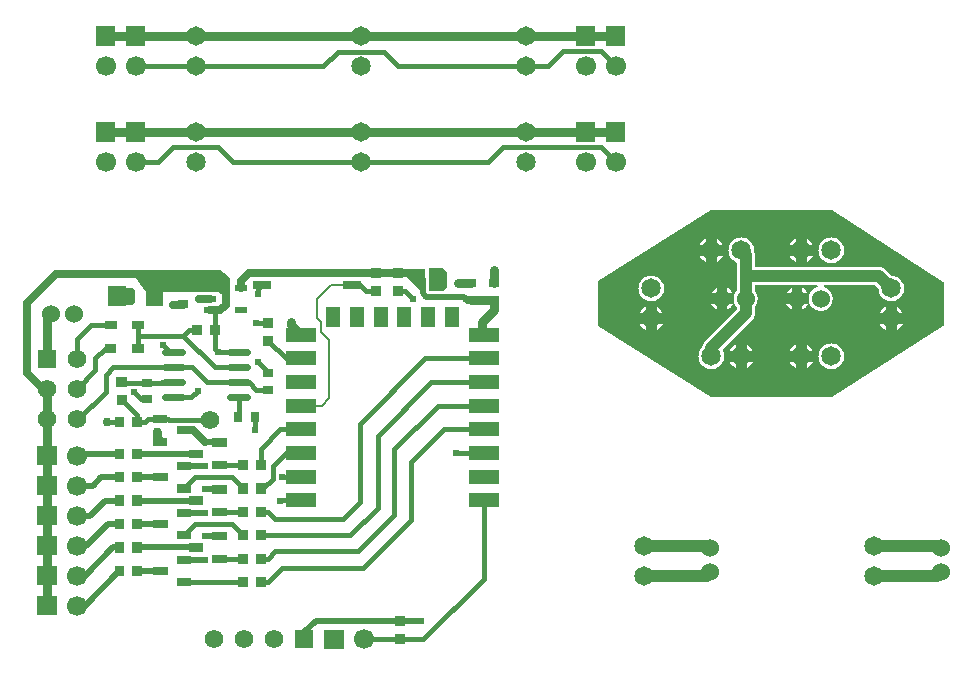
<source format=gtl>
G04 Layer: TopLayer*
G04 EasyEDA v6.5.1, 2022-03-27 00:01:15*
G04 cc65af8350e74c879d8fba7fd4beee03,7d3f4a13764643a7838717c5c1d40531,10*
G04 Gerber Generator version 0.2*
G04 Scale: 100 percent, Rotated: No, Reflected: No *
G04 Dimensions in inches *
G04 leading zeros omitted , absolute positions ,3 integer and 6 decimal *
%FSLAX36Y36*%
%MOIN*%

%ADD11C,0.0150*%
%ADD12C,0.0300*%
%ADD13C,0.0200*%
%ADD14C,0.0250*%
%ADD15C,0.0400*%
%ADD16C,0.0060*%
%ADD17C,0.0232*%
%ADD18C,0.0240*%
%ADD19R,0.0340X0.0318*%
%ADD20R,0.0197X0.0709*%
%ADD21R,0.0492X0.0276*%
%ADD22R,0.0984X0.0512*%
%ADD23R,0.0512X0.0709*%
%ADD24R,0.0354X0.0315*%
%ADD25R,0.0394X0.0236*%
%ADD26R,0.0600X0.0300*%
%ADD29R,0.0315X0.0354*%
%ADD30R,0.0394X0.0295*%
%ADD31R,0.0620X0.0620*%
%ADD32C,0.0620*%
%ADD34C,0.0669*%
%ADD35C,0.0600*%
%ADD36C,0.0650*%

%LPD*%
G36*
X2326160Y888740D02*
G01*
X2325040Y888900D01*
X2324020Y889380D01*
X1948740Y1126940D01*
X1947740Y1127840D01*
X1947100Y1129020D01*
X1946879Y1130320D01*
X1946879Y1272800D01*
X1947100Y1274120D01*
X1947740Y1275280D01*
X1948740Y1276180D01*
X2324020Y1513140D01*
X2325040Y1513600D01*
X2326160Y1513740D01*
X2723820Y1513740D01*
X2724960Y1513580D01*
X2726000Y1513120D01*
X3098159Y1273060D01*
X3099140Y1272160D01*
X3099780Y1271000D01*
X3100000Y1269700D01*
X3100000Y1130320D01*
X3099780Y1129000D01*
X3099140Y1127840D01*
X3098159Y1126940D01*
X2725980Y889380D01*
X2724960Y888920D01*
X2723840Y888740D01*
G37*

%LPC*%
G36*
X2725000Y982300D02*
G01*
X2730580Y982680D01*
X2736040Y983760D01*
X2741340Y985560D01*
X2746340Y988020D01*
X2750980Y991140D01*
X2755179Y994820D01*
X2758860Y999020D01*
X2761980Y1003660D01*
X2764440Y1008660D01*
X2766240Y1013960D01*
X2767320Y1019419D01*
X2767700Y1025000D01*
X2767320Y1030580D01*
X2766240Y1036040D01*
X2764440Y1041340D01*
X2761980Y1046340D01*
X2758860Y1050980D01*
X2755179Y1055180D01*
X2750980Y1058860D01*
X2746340Y1061980D01*
X2741340Y1064440D01*
X2736040Y1066240D01*
X2730580Y1067320D01*
X2725000Y1067700D01*
X2719420Y1067320D01*
X2713960Y1066240D01*
X2708660Y1064440D01*
X2703660Y1061980D01*
X2699020Y1058860D01*
X2694820Y1055180D01*
X2691139Y1050980D01*
X2688020Y1046340D01*
X2685560Y1041340D01*
X2683759Y1036040D01*
X2682679Y1030580D01*
X2682300Y1025000D01*
X2682679Y1019419D01*
X2683759Y1013960D01*
X2685560Y1008660D01*
X2688020Y1003660D01*
X2691139Y999020D01*
X2694820Y994820D01*
X2699020Y991140D01*
X2703660Y988020D01*
X2708660Y985560D01*
X2713960Y983760D01*
X2719420Y982680D01*
G37*
G36*
X2325000Y982300D02*
G01*
X2330580Y982680D01*
X2336040Y983760D01*
X2341340Y985560D01*
X2346340Y988020D01*
X2350980Y991140D01*
X2355180Y994820D01*
X2358860Y999020D01*
X2361980Y1003660D01*
X2364440Y1008660D01*
X2366240Y1013960D01*
X2367320Y1019419D01*
X2367700Y1025000D01*
X2367320Y1030580D01*
X2366240Y1036040D01*
X2364440Y1041340D01*
X2362900Y1044460D01*
X2362500Y1046060D01*
X2362760Y1047680D01*
X2363660Y1049060D01*
X2461480Y1146900D01*
X2463740Y1149620D01*
X2464300Y1150420D01*
X2466140Y1153460D01*
X2466580Y1154340D01*
X2468240Y1158520D01*
X2469080Y1161960D01*
X2469240Y1162920D01*
X2469580Y1166440D01*
X2469600Y1189080D01*
X2469820Y1190400D01*
X2470460Y1191560D01*
X2472480Y1194120D01*
X2475220Y1198740D01*
X2477320Y1203700D01*
X2478740Y1208860D01*
X2479460Y1214200D01*
X2479460Y1219560D01*
X2478740Y1224880D01*
X2477320Y1230060D01*
X2475220Y1235000D01*
X2472480Y1239620D01*
X2470420Y1242240D01*
X2469780Y1243420D01*
X2469560Y1244720D01*
X2469560Y1258720D01*
X2469860Y1260260D01*
X2470720Y1261560D01*
X2472020Y1262420D01*
X2473560Y1262720D01*
X2675400Y1262720D01*
X2676980Y1262400D01*
X2678320Y1261480D01*
X2679160Y1260100D01*
X2679400Y1258520D01*
X2679000Y1256960D01*
X2678000Y1255680D01*
X2676600Y1254900D01*
X2674900Y1254380D01*
X2670040Y1252120D01*
X2665500Y1249240D01*
X2661400Y1245760D01*
X2657799Y1241780D01*
X2654760Y1237360D01*
X2653620Y1235080D01*
X2652559Y1233760D01*
X2651040Y1233020D01*
X2650320Y1232980D01*
X2651000Y1232040D01*
X2651340Y1230560D01*
X2651139Y1229060D01*
X2650580Y1227500D01*
X2649520Y1222240D01*
X2649160Y1216880D01*
X2649520Y1211520D01*
X2650580Y1206260D01*
X2651139Y1204680D01*
X2651340Y1203180D01*
X2651000Y1201720D01*
X2650320Y1200760D01*
X2651040Y1200740D01*
X2652559Y1199980D01*
X2653620Y1198660D01*
X2654760Y1196400D01*
X2657799Y1191960D01*
X2661400Y1187980D01*
X2665500Y1184520D01*
X2670040Y1181620D01*
X2674900Y1179360D01*
X2680040Y1177780D01*
X2685320Y1176880D01*
X2690700Y1176700D01*
X2696040Y1177240D01*
X2701259Y1178480D01*
X2706259Y1180420D01*
X2710980Y1183000D01*
X2715299Y1186180D01*
X2719160Y1189920D01*
X2722480Y1194120D01*
X2725220Y1198740D01*
X2727320Y1203700D01*
X2728740Y1208860D01*
X2729460Y1214200D01*
X2729460Y1219560D01*
X2728740Y1224880D01*
X2727320Y1230060D01*
X2725220Y1235000D01*
X2722480Y1239620D01*
X2719160Y1243840D01*
X2715299Y1247560D01*
X2710980Y1250760D01*
X2706259Y1253340D01*
X2701960Y1255000D01*
X2700620Y1255840D01*
X2699720Y1257120D01*
X2699400Y1258660D01*
X2699680Y1260220D01*
X2700539Y1261540D01*
X2701860Y1262420D01*
X2703399Y1262720D01*
X2869160Y1262720D01*
X2870680Y1262420D01*
X2871980Y1261560D01*
X2881240Y1252300D01*
X2882060Y1251120D01*
X2882400Y1249720D01*
X2882679Y1245680D01*
X2883759Y1240200D01*
X2885560Y1234920D01*
X2888020Y1229900D01*
X2891139Y1225260D01*
X2894820Y1221060D01*
X2899020Y1217380D01*
X2903660Y1214280D01*
X2908660Y1211800D01*
X2913960Y1210020D01*
X2919420Y1208920D01*
X2925000Y1208560D01*
X2930580Y1208920D01*
X2936040Y1210020D01*
X2941340Y1211800D01*
X2946340Y1214280D01*
X2950980Y1217380D01*
X2955179Y1221060D01*
X2958860Y1225260D01*
X2961980Y1229900D01*
X2964440Y1234920D01*
X2966240Y1240200D01*
X2967320Y1245680D01*
X2967700Y1251240D01*
X2967320Y1256820D01*
X2966240Y1262300D01*
X2964440Y1267580D01*
X2961980Y1272600D01*
X2958860Y1277240D01*
X2955179Y1281440D01*
X2950980Y1285120D01*
X2946340Y1288220D01*
X2941340Y1290700D01*
X2936040Y1292480D01*
X2930580Y1293580D01*
X2926520Y1293839D01*
X2925120Y1294180D01*
X2923960Y1295000D01*
X2903920Y1315020D01*
X2900400Y1317840D01*
X2897360Y1319660D01*
X2896480Y1320100D01*
X2893220Y1321459D01*
X2892300Y1321759D01*
X2888860Y1322620D01*
X2887900Y1322780D01*
X2884380Y1323100D01*
X2473560Y1323120D01*
X2472020Y1323420D01*
X2470720Y1324300D01*
X2469860Y1325600D01*
X2469560Y1327120D01*
X2469540Y1364840D01*
X2469200Y1368360D01*
X2469040Y1369319D01*
X2468200Y1372720D01*
X2467740Y1374019D01*
X2467520Y1375600D01*
X2467700Y1378120D01*
X2467320Y1383700D01*
X2466240Y1389180D01*
X2464440Y1394460D01*
X2461980Y1399480D01*
X2458860Y1404120D01*
X2455180Y1408320D01*
X2450980Y1412000D01*
X2446340Y1415100D01*
X2441340Y1417560D01*
X2436040Y1419360D01*
X2430580Y1420460D01*
X2425000Y1420820D01*
X2419420Y1420460D01*
X2413960Y1419360D01*
X2408660Y1417560D01*
X2403660Y1415100D01*
X2399020Y1412000D01*
X2394820Y1408320D01*
X2391140Y1404120D01*
X2388020Y1399480D01*
X2385560Y1394460D01*
X2383760Y1389180D01*
X2382680Y1383700D01*
X2382300Y1378120D01*
X2382680Y1372560D01*
X2383760Y1367080D01*
X2385560Y1361780D01*
X2388020Y1356780D01*
X2391140Y1352140D01*
X2394820Y1347940D01*
X2399020Y1344259D01*
X2403660Y1341160D01*
X2406920Y1339540D01*
X2408100Y1338660D01*
X2408880Y1337400D01*
X2409160Y1335960D01*
X2409160Y1244800D01*
X2408880Y1243380D01*
X2404760Y1237360D01*
X2403620Y1235080D01*
X2402560Y1233760D01*
X2401040Y1233020D01*
X2400320Y1232980D01*
X2401000Y1232040D01*
X2401340Y1230560D01*
X2401140Y1229060D01*
X2400580Y1227500D01*
X2399520Y1222240D01*
X2399160Y1216880D01*
X2399520Y1211520D01*
X2400580Y1206260D01*
X2401140Y1204680D01*
X2401340Y1203180D01*
X2401000Y1201720D01*
X2400320Y1200760D01*
X2401040Y1200740D01*
X2402560Y1199980D01*
X2403620Y1198660D01*
X2404760Y1196400D01*
X2408940Y1190320D01*
X2409200Y1188880D01*
X2409200Y1181660D01*
X2408900Y1180140D01*
X2408020Y1178840D01*
X2302920Y1073700D01*
X2300660Y1070980D01*
X2300100Y1070180D01*
X2298260Y1067140D01*
X2297820Y1066280D01*
X2296160Y1062080D01*
X2295340Y1058720D01*
X2295060Y1056520D01*
X2294740Y1055380D01*
X2294100Y1054380D01*
X2291140Y1050980D01*
X2288020Y1046340D01*
X2285560Y1041340D01*
X2283760Y1036040D01*
X2282680Y1030580D01*
X2282300Y1025000D01*
X2282680Y1019419D01*
X2283760Y1013960D01*
X2285560Y1008660D01*
X2288020Y1003660D01*
X2291140Y999020D01*
X2294820Y994820D01*
X2299020Y991140D01*
X2303660Y988020D01*
X2308660Y985560D01*
X2313960Y983760D01*
X2319420Y982680D01*
G37*
G36*
X2443760Y986740D02*
G01*
X2446340Y988020D01*
X2450980Y991140D01*
X2455180Y994820D01*
X2458860Y999020D01*
X2461980Y1003660D01*
X2463260Y1006240D01*
X2443760Y1006240D01*
G37*
G36*
X2643759Y986740D02*
G01*
X2646340Y988020D01*
X2650980Y991140D01*
X2655179Y994820D01*
X2658860Y999020D01*
X2661980Y1003660D01*
X2663260Y1006240D01*
X2643759Y1006240D01*
G37*
G36*
X2406260Y986740D02*
G01*
X2406260Y1006240D01*
X2386740Y1006240D01*
X2388020Y1003660D01*
X2391140Y999020D01*
X2394820Y994820D01*
X2399020Y991140D01*
X2403660Y988020D01*
G37*
G36*
X2606259Y986740D02*
G01*
X2606259Y1006240D01*
X2586740Y1006240D01*
X2588020Y1003660D01*
X2591139Y999020D01*
X2594820Y994820D01*
X2599020Y991140D01*
X2603660Y988020D01*
G37*
G36*
X2443760Y1043740D02*
G01*
X2463260Y1043740D01*
X2461980Y1046340D01*
X2458860Y1050980D01*
X2455180Y1055180D01*
X2450980Y1058860D01*
X2446340Y1061980D01*
X2443760Y1063260D01*
G37*
G36*
X2643759Y1043740D02*
G01*
X2663260Y1043740D01*
X2661980Y1046340D01*
X2658860Y1050980D01*
X2655179Y1055180D01*
X2650980Y1058860D01*
X2646340Y1061980D01*
X2643759Y1063260D01*
G37*
G36*
X2386740Y1043740D02*
G01*
X2406260Y1043740D01*
X2406260Y1063260D01*
X2403660Y1061980D01*
X2399020Y1058860D01*
X2394820Y1055180D01*
X2391140Y1050980D01*
X2388020Y1046340D01*
G37*
G36*
X2586740Y1043740D02*
G01*
X2606259Y1043740D01*
X2606259Y1063260D01*
X2603660Y1061980D01*
X2599020Y1058860D01*
X2594820Y1055180D01*
X2591139Y1050980D01*
X2588020Y1046340D01*
G37*
G36*
X2106260Y1113000D02*
G01*
X2106260Y1132500D01*
X2086740Y1132500D01*
X2088020Y1129900D01*
X2091140Y1125260D01*
X2094820Y1121060D01*
X2099020Y1117380D01*
X2103660Y1114280D01*
G37*
G36*
X2943759Y1113000D02*
G01*
X2946340Y1114280D01*
X2950980Y1117380D01*
X2955179Y1121060D01*
X2958860Y1125260D01*
X2961980Y1129900D01*
X2963260Y1132500D01*
X2943759Y1132500D01*
G37*
G36*
X2143760Y1113000D02*
G01*
X2146340Y1114280D01*
X2150980Y1117380D01*
X2155180Y1121060D01*
X2158860Y1125260D01*
X2161980Y1129900D01*
X2163260Y1132500D01*
X2143760Y1132500D01*
G37*
G36*
X2906259Y1113000D02*
G01*
X2906259Y1132500D01*
X2886740Y1132500D01*
X2888020Y1129900D01*
X2891139Y1125260D01*
X2894820Y1121060D01*
X2899020Y1117380D01*
X2903660Y1114280D01*
G37*
G36*
X2086740Y1170000D02*
G01*
X2106260Y1170000D01*
X2106260Y1189500D01*
X2103660Y1188220D01*
X2099020Y1185120D01*
X2094820Y1181440D01*
X2091140Y1177240D01*
X2088020Y1172600D01*
G37*
G36*
X2943759Y1170000D02*
G01*
X2963260Y1170000D01*
X2961980Y1172600D01*
X2958860Y1177240D01*
X2955179Y1181440D01*
X2950980Y1185120D01*
X2946340Y1188220D01*
X2943759Y1189500D01*
G37*
G36*
X2143760Y1170000D02*
G01*
X2163260Y1170000D01*
X2161980Y1172600D01*
X2158860Y1177240D01*
X2155180Y1181440D01*
X2150980Y1185120D01*
X2146340Y1188220D01*
X2143760Y1189500D01*
G37*
G36*
X2886740Y1170000D02*
G01*
X2906259Y1170000D01*
X2906259Y1189500D01*
X2903660Y1188220D01*
X2899020Y1185120D01*
X2894820Y1181440D01*
X2891139Y1177240D01*
X2888020Y1172600D01*
G37*
G36*
X2628159Y1180740D02*
G01*
X2632280Y1183000D01*
X2636600Y1186180D01*
X2640460Y1189920D01*
X2643780Y1194120D01*
X2646620Y1198900D01*
X2647060Y1199380D01*
X2628159Y1199380D01*
G37*
G36*
X2378160Y1180740D02*
G01*
X2382280Y1183000D01*
X2386600Y1186180D01*
X2390460Y1189920D01*
X2393780Y1194120D01*
X2396620Y1198900D01*
X2397060Y1199380D01*
X2378160Y1199380D01*
G37*
G36*
X2343160Y1180780D02*
G01*
X2343160Y1199380D01*
X2324560Y1199380D01*
X2326060Y1196400D01*
X2329100Y1191960D01*
X2332700Y1187980D01*
X2336800Y1184520D01*
X2341340Y1181620D01*
G37*
G36*
X2593159Y1180780D02*
G01*
X2593159Y1199380D01*
X2574560Y1199380D01*
X2576060Y1196400D01*
X2579100Y1191960D01*
X2582700Y1187980D01*
X2586800Y1184520D01*
X2591340Y1181620D01*
G37*
G36*
X2125000Y1208560D02*
G01*
X2130580Y1208920D01*
X2136040Y1210020D01*
X2141340Y1211800D01*
X2146340Y1214280D01*
X2150980Y1217380D01*
X2155180Y1221060D01*
X2158860Y1225260D01*
X2161980Y1229900D01*
X2164440Y1234920D01*
X2166240Y1240200D01*
X2167320Y1245680D01*
X2167700Y1251240D01*
X2167320Y1256820D01*
X2166240Y1262300D01*
X2164440Y1267580D01*
X2161980Y1272600D01*
X2158860Y1277240D01*
X2155180Y1281440D01*
X2150980Y1285120D01*
X2146340Y1288220D01*
X2141340Y1290700D01*
X2136040Y1292480D01*
X2130580Y1293580D01*
X2125000Y1293940D01*
X2119420Y1293580D01*
X2113960Y1292480D01*
X2108660Y1290700D01*
X2103660Y1288220D01*
X2099020Y1285120D01*
X2094820Y1281440D01*
X2091140Y1277240D01*
X2088020Y1272600D01*
X2085560Y1267580D01*
X2083760Y1262300D01*
X2082680Y1256820D01*
X2082300Y1251240D01*
X2082680Y1245680D01*
X2083760Y1240200D01*
X2085560Y1234920D01*
X2088020Y1229900D01*
X2091140Y1225260D01*
X2094820Y1221060D01*
X2099020Y1217380D01*
X2103660Y1214280D01*
X2108660Y1211800D01*
X2113960Y1210020D01*
X2119420Y1208920D01*
G37*
G36*
X2324560Y1234380D02*
G01*
X2343160Y1234380D01*
X2343160Y1252960D01*
X2341340Y1252120D01*
X2336800Y1249240D01*
X2332700Y1245760D01*
X2329100Y1241780D01*
X2326060Y1237360D01*
G37*
G36*
X2574560Y1234380D02*
G01*
X2593159Y1234380D01*
X2593159Y1252960D01*
X2591340Y1252120D01*
X2586800Y1249240D01*
X2582700Y1245760D01*
X2579100Y1241780D01*
X2576060Y1237360D01*
G37*
G36*
X2628159Y1234380D02*
G01*
X2647060Y1234380D01*
X2646620Y1234860D01*
X2643780Y1239620D01*
X2640460Y1243840D01*
X2636600Y1247560D01*
X2632280Y1250760D01*
X2628159Y1253020D01*
G37*
G36*
X2378160Y1234380D02*
G01*
X2397060Y1234380D01*
X2396620Y1234860D01*
X2393780Y1239620D01*
X2390460Y1243840D01*
X2386600Y1247560D01*
X2382280Y1250760D01*
X2378160Y1253020D01*
G37*
G36*
X2725000Y1335440D02*
G01*
X2730580Y1335800D01*
X2736040Y1336879D01*
X2741340Y1338680D01*
X2746340Y1341160D01*
X2750980Y1344259D01*
X2755179Y1347940D01*
X2758860Y1352140D01*
X2761980Y1356780D01*
X2764440Y1361780D01*
X2766240Y1367080D01*
X2767320Y1372560D01*
X2767700Y1378120D01*
X2767320Y1383700D01*
X2766240Y1389180D01*
X2764440Y1394460D01*
X2761980Y1399480D01*
X2758860Y1404120D01*
X2755179Y1408320D01*
X2750980Y1412000D01*
X2746340Y1415100D01*
X2741340Y1417560D01*
X2736040Y1419360D01*
X2730580Y1420460D01*
X2725000Y1420820D01*
X2719420Y1420460D01*
X2713960Y1419360D01*
X2708660Y1417560D01*
X2703660Y1415100D01*
X2699020Y1412000D01*
X2694820Y1408320D01*
X2691139Y1404120D01*
X2688020Y1399480D01*
X2685560Y1394460D01*
X2683759Y1389180D01*
X2682679Y1383700D01*
X2682300Y1378120D01*
X2682679Y1372560D01*
X2683759Y1367080D01*
X2685560Y1361780D01*
X2688020Y1356780D01*
X2691139Y1352140D01*
X2694820Y1347940D01*
X2699020Y1344259D01*
X2703660Y1341160D01*
X2708660Y1338680D01*
X2713960Y1336879D01*
X2719420Y1335800D01*
G37*
G36*
X2643759Y1339880D02*
G01*
X2646340Y1341160D01*
X2650980Y1344259D01*
X2655179Y1347940D01*
X2658860Y1352140D01*
X2661980Y1356780D01*
X2663260Y1359379D01*
X2643759Y1359379D01*
G37*
G36*
X2606259Y1339880D02*
G01*
X2606259Y1359379D01*
X2586740Y1359379D01*
X2588020Y1356780D01*
X2591139Y1352140D01*
X2594820Y1347940D01*
X2599020Y1344259D01*
X2603660Y1341160D01*
G37*
G36*
X2306260Y1339880D02*
G01*
X2306260Y1359379D01*
X2286740Y1359379D01*
X2288020Y1356780D01*
X2291140Y1352140D01*
X2294820Y1347940D01*
X2299020Y1344259D01*
X2303660Y1341160D01*
G37*
G36*
X2343760Y1339880D02*
G01*
X2346340Y1341160D01*
X2350980Y1344259D01*
X2355180Y1347940D01*
X2358860Y1352140D01*
X2361980Y1356780D01*
X2363260Y1359379D01*
X2343760Y1359379D01*
G37*
G36*
X2643759Y1396879D02*
G01*
X2663260Y1396879D01*
X2661980Y1399480D01*
X2658860Y1404120D01*
X2655179Y1408320D01*
X2650980Y1412000D01*
X2646340Y1415100D01*
X2643759Y1416380D01*
G37*
G36*
X2286740Y1396879D02*
G01*
X2306260Y1396879D01*
X2306260Y1416380D01*
X2303660Y1415100D01*
X2299020Y1412000D01*
X2294820Y1408320D01*
X2291140Y1404120D01*
X2288020Y1399480D01*
G37*
G36*
X2586740Y1396879D02*
G01*
X2606259Y1396879D01*
X2606259Y1416380D01*
X2603660Y1415100D01*
X2599020Y1412000D01*
X2594820Y1408320D01*
X2591139Y1404120D01*
X2588020Y1399480D01*
G37*
G36*
X2343760Y1396879D02*
G01*
X2363260Y1396879D01*
X2361980Y1399480D01*
X2358860Y1404120D01*
X2355180Y1408320D01*
X2350980Y1412000D01*
X2346340Y1415100D01*
X2343760Y1416380D01*
G37*

%LPD*%
G36*
X403120Y1240640D02*
G01*
X353120Y1240620D01*
X353120Y1209380D01*
X403120Y1209380D01*
G37*
G36*
X403120Y1300000D02*
G01*
X403120Y1287500D01*
X440620Y1240620D01*
X706260Y1240620D01*
X706260Y1278120D01*
X684380Y1300000D01*
G37*
G36*
X1384379Y1318760D02*
G01*
X1384379Y1243760D01*
X1431260Y1243760D01*
X1443760Y1256260D01*
X1443760Y1306260D01*
X1431260Y1318760D01*
G37*
G36*
X1306260Y1315620D02*
G01*
X1306260Y1293760D01*
X1353120Y1246880D01*
X1371879Y1246880D01*
X1371879Y1315620D01*
G37*
D11*
X1168800Y81199D02*
G01*
X1365600Y81199D01*
X1567600Y283200D01*
X1567600Y545300D01*
D12*
X1567610Y1096449D02*
G01*
X1559377Y1104681D01*
X1559377Y1137489D01*
D13*
X1362399Y1281199D02*
G01*
X1362399Y1234499D01*
X1375000Y1221900D01*
X1500000Y1221900D01*
X1508800Y1213099D01*
X1525000Y1213099D01*
D14*
X757399Y1253000D02*
G01*
X757399Y1276201D01*
X784399Y1303101D01*
X1328149Y1303101D01*
X1350000Y1281250D01*
D12*
X1525005Y1213063D02*
G01*
X1600003Y1213063D01*
X1600005Y1213065D01*
X1600010Y1213058D02*
G01*
X1600010Y1178130D01*
X1559380Y1137500D01*
X1600005Y1312494D02*
G01*
X1600005Y1312494D01*
X1600005Y1268173D01*
X1481255Y1268750D02*
G01*
X1524429Y1268750D01*
X1525005Y1268173D01*
D11*
X823400Y584400D02*
G01*
X831199Y584400D01*
X862500Y615599D01*
X862500Y659400D01*
X905900Y702699D01*
X957399Y702699D01*
D13*
X968750Y81250D02*
G01*
X968750Y106250D01*
X1006250Y143750D01*
X1356250Y143750D01*
D11*
X488730Y815500D02*
G01*
X515500Y815500D01*
X518501Y812500D01*
X653130Y812500D01*
D14*
X567500Y778099D02*
G01*
X596900Y778099D01*
X637500Y737500D01*
D15*
X2100000Y293750D02*
G01*
X2309354Y293750D01*
X2321880Y306273D01*
X2100000Y393750D02*
G01*
X2313104Y393750D01*
X2321880Y384976D01*
D14*
X565630Y1197438D02*
G01*
X565061Y1196869D01*
X531250Y1196869D01*
X655023Y1252975D02*
G01*
X687624Y1252975D01*
X706226Y1234375D01*
X706226Y1196875D01*
X687624Y1178274D01*
X655023Y1178274D01*
X706300Y1196900D02*
G01*
X706300Y1278099D01*
X684400Y1300000D01*
X140599Y1300000D01*
X43800Y1203099D01*
X43800Y968699D01*
X96900Y915599D01*
X109400Y915599D01*
X343550Y1225000D02*
G01*
X359169Y1209380D01*
X390619Y1209380D01*
X390619Y1240630D02*
G01*
X359180Y1240630D01*
X343550Y1225000D01*
D15*
X2425000Y1378130D02*
G01*
X2439350Y1363778D01*
X2439350Y1216875D01*
X2925000Y1251250D02*
G01*
X2883320Y1292925D01*
X2439350Y1292925D01*
X2325000Y1025000D02*
G01*
X2325000Y1053101D01*
X2439399Y1167500D01*
X2439399Y1216898D01*
X2868750Y293750D02*
G01*
X3078729Y293750D01*
X3090630Y305648D01*
D11*
X670286Y1112500D02*
G01*
X670286Y1178225D01*
X655070Y1178225D01*
D14*
X618800Y1215599D02*
G01*
X655100Y1215599D01*
D15*
X2868750Y393750D02*
G01*
X3081229Y393750D01*
X3090630Y384351D01*
D11*
X802559Y821875D02*
G01*
X802559Y778690D01*
X803130Y778119D01*
D13*
X209380Y693739D02*
G01*
X234385Y693739D01*
X240639Y699994D01*
X351588Y699994D01*
D11*
X209375Y1015625D02*
G01*
X209375Y1081250D01*
X256239Y1128114D01*
X322590Y1128114D01*
X531478Y1037494D02*
G01*
X521885Y1037494D01*
X496880Y1062500D01*
D12*
X109375Y1015625D02*
G01*
X109375Y1151851D01*
X123125Y1165601D01*
X109375Y815625D02*
G01*
X109375Y915625D01*
D11*
X414915Y1049989D02*
G01*
X414915Y1128119D01*
D13*
X637500Y737494D02*
G01*
X686145Y737494D01*
X686244Y737395D01*
D11*
X309380Y806250D02*
G01*
X309385Y806244D01*
X351588Y806244D01*
X443750Y936918D02*
G01*
X493173Y936918D01*
X493750Y937494D01*
X531478Y937494D01*
X531478Y887494D02*
G01*
X590630Y887494D01*
X612505Y909369D01*
X443750Y936918D02*
G01*
X361491Y936918D01*
X359380Y939031D01*
X747438Y821875D02*
G01*
X749780Y824214D01*
X749780Y887494D01*
X209380Y815625D02*
G01*
X215625Y815625D01*
X306250Y906250D01*
X306250Y962445D01*
X331298Y987494D01*
X531478Y987494D01*
X209380Y915625D02*
G01*
X271875Y978119D01*
X271875Y1018750D01*
X303119Y1049994D01*
X322584Y1049994D01*
X749780Y937494D02*
G01*
X784380Y937494D01*
X808815Y913060D01*
X846880Y913060D01*
X565601Y1093773D02*
G01*
X584320Y1112494D01*
X610969Y1112494D01*
X681250Y1037500D02*
G01*
X670291Y1048458D01*
X670291Y1112494D01*
X749774Y1037489D02*
G01*
X681264Y1037489D01*
X531475Y987451D02*
G01*
X593773Y987451D01*
X643773Y937451D01*
X749774Y937451D01*
X414915Y1093750D02*
G01*
X565625Y1093750D01*
X671875Y987500D01*
X749780Y987500D01*
D12*
X109380Y193739D02*
G01*
X109380Y815619D01*
D13*
X410911Y309375D02*
G01*
X446875Y309375D01*
X488760Y309375D01*
X410911Y543744D02*
G01*
X437494Y543744D01*
X607510Y543744D01*
X488760Y465625D02*
G01*
X410911Y465625D01*
X410911Y387494D02*
G01*
X615630Y387494D01*
X607510Y387494D01*
X410911Y621875D02*
G01*
X488750Y621875D01*
X637500Y346875D02*
G01*
X567604Y346875D01*
X567500Y346770D01*
X637500Y503125D02*
G01*
X567600Y503125D01*
X567500Y503024D01*
X637500Y659375D02*
G01*
X567604Y659375D01*
X567500Y659270D01*
X637500Y424994D02*
G01*
X686149Y424994D01*
X686250Y424895D01*
X637500Y581244D02*
G01*
X686154Y581244D01*
X686250Y581149D01*
D11*
X686244Y662604D02*
G01*
X764097Y662500D01*
X686250Y506350D02*
G01*
X764097Y506250D01*
X567500Y428225D02*
G01*
X604899Y465625D01*
X726597Y465625D01*
X764097Y428125D01*
X567500Y584470D02*
G01*
X604904Y621875D01*
X726592Y621875D01*
X764097Y584369D01*
X686250Y350095D02*
G01*
X764097Y350000D01*
X567500Y271970D02*
G01*
X764097Y271875D01*
D13*
X607505Y699994D02*
G01*
X410911Y699994D01*
D12*
X488750Y740725D02*
G01*
X478130Y751345D01*
X478130Y771869D01*
X957382Y1096460D02*
G01*
X925000Y1128843D01*
X925000Y1137500D01*
D11*
X823402Y662500D02*
G01*
X823402Y717156D01*
X887739Y781489D01*
X957382Y781489D01*
X893750Y621869D02*
G01*
X895888Y624009D01*
X957382Y624009D01*
X887500Y543750D02*
G01*
X889021Y545270D01*
X957382Y545270D01*
X828125Y1262500D02*
G01*
X815625Y1250000D01*
X815625Y1231244D01*
X846880Y1076590D02*
G01*
X905760Y1017710D01*
X957382Y1017710D01*
X1281250Y1242219D02*
G01*
X1304651Y1242219D01*
X1331250Y1215619D01*
X1567617Y702759D02*
G01*
X1475000Y702759D01*
X359380Y879713D02*
G01*
X410911Y828184D01*
X410911Y806244D01*
X410911Y806244D02*
G01*
X437494Y806244D01*
X446765Y815515D01*
X488769Y815515D01*
D13*
X209380Y493739D02*
G01*
X253114Y493739D01*
X303119Y543744D01*
X351588Y543744D01*
X209380Y393739D02*
G01*
X240614Y393739D01*
X312500Y465625D01*
X351588Y465625D01*
X209380Y293739D02*
G01*
X237489Y293739D01*
X331244Y387494D01*
X351588Y387494D01*
X209380Y193739D02*
G01*
X235954Y193739D01*
X351588Y309375D01*
X351579Y621864D02*
G01*
X290614Y621864D01*
X262485Y593735D01*
X209369Y593735D01*
D11*
X1128130Y1262494D02*
G01*
X1153135Y1262492D01*
X1173407Y1242213D01*
X1206250Y1242213D01*
D12*
X306244Y1773764D02*
G01*
X2006244Y1773764D01*
D11*
X1156244Y1673764D02*
G01*
X1581244Y1673764D01*
X1631244Y1723764D01*
X1956244Y1723764D01*
X2006244Y1673764D01*
X406244Y1673764D02*
G01*
X481244Y1673764D01*
X531244Y1723764D01*
X681244Y1723764D01*
X731244Y1673764D01*
X1156244Y1673764D01*
D12*
X306244Y2092514D02*
G01*
X2006244Y2092514D01*
D11*
X406244Y1992514D02*
G01*
X606244Y1992514D01*
X606244Y1992489D02*
G01*
X1031244Y1992489D01*
X1079345Y2040590D01*
X1233145Y2040590D01*
X1281244Y1992489D01*
X1706244Y1992489D01*
X1706244Y1992489D02*
G01*
X1781244Y1992489D01*
X1830883Y2042129D01*
X1956606Y2042129D01*
X2006244Y1992489D01*
D16*
X957399Y860300D02*
G01*
X1025900Y860300D01*
X1050000Y884400D01*
X1050000Y1078099D01*
X1023800Y1104299D01*
X1023800Y1138699D01*
X1009399Y1153099D01*
X1009399Y1215599D01*
X1056199Y1262500D01*
X1128100Y1262500D01*
D11*
X846880Y968180D02*
G01*
X846880Y971869D01*
X812500Y1006250D01*
X823400Y428099D02*
G01*
X1121899Y428099D01*
X1212500Y518699D01*
X1212500Y759400D01*
X1392100Y939000D01*
X1567600Y939000D01*
X823400Y350000D02*
G01*
X846899Y350000D01*
X871899Y375000D01*
X1146899Y375000D01*
X1268800Y496900D01*
X1268800Y715599D01*
X1413400Y860300D01*
X1567600Y860300D01*
X823400Y506199D02*
G01*
X846899Y506199D01*
X871899Y481199D01*
X1096899Y481199D01*
X1153100Y537500D01*
X1153100Y800000D01*
X1370799Y1017699D01*
X1567600Y1017699D01*
X823400Y271900D02*
G01*
X846899Y271900D01*
X893800Y318800D01*
X1165600Y318800D01*
X1325000Y478099D01*
X1325000Y671900D01*
X1434600Y781500D01*
X1567600Y781500D01*
D14*
X565630Y1252559D02*
G01*
X565630Y1290596D01*
X556250Y1299976D01*
D11*
X443760Y881810D02*
G01*
X424450Y881810D01*
X400010Y906251D01*
X846880Y1135911D02*
G01*
X845339Y1134369D01*
X806250Y1134369D01*
D17*
X560160Y1037500D02*
G01*
X502799Y1037500D01*
X560160Y987500D02*
G01*
X502799Y987500D01*
X560160Y937500D02*
G01*
X502799Y937500D01*
X560160Y887500D02*
G01*
X502799Y887500D01*
X778460Y1037500D02*
G01*
X721098Y1037500D01*
X778460Y987500D02*
G01*
X721098Y987500D01*
X778460Y937500D02*
G01*
X721098Y937500D01*
X778460Y887500D02*
G01*
X721098Y887500D01*
G36*
X1270492Y98719D02*
G01*
X1304507Y98719D01*
X1304507Y66968D01*
X1270492Y66968D01*
G37*
D19*
G01*
X1287500Y142154D03*
D20*
G01*
X1393874Y1281250D03*
G01*
X1362375Y1281250D03*
D21*
G01*
X488730Y815500D03*
G01*
X488730Y740700D03*
G01*
X567469Y778099D03*
G36*
X542863Y285779D02*
G01*
X592076Y285779D01*
X592076Y258220D01*
X542863Y258220D01*
G37*
G36*
X542863Y360578D02*
G01*
X592076Y360578D01*
X592076Y333020D01*
X542863Y333020D01*
G37*
G36*
X464124Y323179D02*
G01*
X513335Y323179D01*
X513335Y295619D01*
X464124Y295619D01*
G37*
G36*
X661664Y363879D02*
G01*
X710875Y363879D01*
X710875Y336320D01*
X661664Y336320D01*
G37*
G36*
X661664Y438679D02*
G01*
X710875Y438679D01*
X710875Y411120D01*
X661664Y411120D01*
G37*
G36*
X582923Y401278D02*
G01*
X632136Y401278D01*
X632136Y373719D01*
X582923Y373719D01*
G37*
G36*
X542863Y441979D02*
G01*
X592076Y441979D01*
X592076Y414420D01*
X542863Y414420D01*
G37*
G36*
X542863Y516779D02*
G01*
X592076Y516779D01*
X592076Y489220D01*
X542863Y489220D01*
G37*
G36*
X464124Y479378D02*
G01*
X513335Y479378D01*
X513335Y451819D01*
X464124Y451819D01*
G37*
G36*
X661664Y520079D02*
G01*
X710875Y520079D01*
X710875Y492519D01*
X661664Y492519D01*
G37*
G36*
X661664Y594879D02*
G01*
X710875Y594879D01*
X710875Y567319D01*
X661664Y567319D01*
G37*
G36*
X582923Y557478D02*
G01*
X632136Y557478D01*
X632136Y529920D01*
X582923Y529920D01*
G37*
G36*
X542863Y598279D02*
G01*
X592076Y598279D01*
X592076Y570720D01*
X542863Y570720D01*
G37*
G36*
X542863Y673078D02*
G01*
X592076Y673078D01*
X592076Y645520D01*
X542863Y645520D01*
G37*
G36*
X464124Y635679D02*
G01*
X513335Y635679D01*
X513335Y608119D01*
X464124Y608119D01*
G37*
G36*
X661664Y676379D02*
G01*
X710875Y676379D01*
X710875Y648820D01*
X661664Y648820D01*
G37*
G36*
X661664Y751179D02*
G01*
X710875Y751179D01*
X710875Y723620D01*
X661664Y723620D01*
G37*
G36*
X582923Y713778D02*
G01*
X632136Y713778D01*
X632136Y686219D01*
X582923Y686219D01*
G37*
D22*
G01*
X1567610Y545279D03*
G01*
X1567610Y624020D03*
G01*
X1567610Y702759D03*
G01*
X1567610Y781500D03*
G01*
X1567610Y860239D03*
G01*
X1567610Y938980D03*
G01*
X1567610Y1017719D03*
G01*
X1567610Y1096460D03*
D23*
G01*
X1459399Y1154729D03*
G01*
X1380659Y1154670D03*
G01*
X1301920Y1154690D03*
G01*
X1223170Y1154690D03*
G01*
X1144430Y1154690D03*
G01*
X1065690Y1154720D03*
D22*
G01*
X957389Y1096460D03*
G01*
X957389Y1017710D03*
G01*
X957389Y938969D03*
G01*
X957389Y860230D03*
G01*
X957389Y781489D03*
G01*
X957389Y702750D03*
G01*
X957389Y624009D03*
G01*
X957389Y545270D03*
G36*
X1264242Y1258094D02*
G01*
X1298257Y1258094D01*
X1298257Y1226343D01*
X1264242Y1226343D01*
G37*
D19*
G01*
X1281250Y1301529D03*
G36*
X1223257Y1285655D02*
G01*
X1189242Y1285655D01*
X1189242Y1317406D01*
X1223257Y1317406D01*
G37*
G01*
X1206250Y1242220D03*
G36*
X829867Y1092469D02*
G01*
X863882Y1092469D01*
X863882Y1060718D01*
X829867Y1060718D01*
G37*
G01*
X846880Y1135909D03*
D24*
G01*
X1600005Y1213065D03*
G01*
X1600005Y1268184D03*
G01*
X1525005Y1213065D03*
G01*
X1525005Y1268184D03*
G01*
X565630Y1252559D03*
G01*
X565630Y1197440D03*
D25*
G01*
X757440Y1253020D03*
G01*
X757440Y1178220D03*
G01*
X655070Y1178220D03*
G01*
X655070Y1215619D03*
G01*
X655070Y1253020D03*
D26*
G01*
X1128130Y1262500D03*
G01*
X828130Y1262500D03*
G36*
X626844Y1129508D02*
G01*
X626844Y1095491D01*
X595093Y1095491D01*
X595093Y1129508D01*
G37*
G36*
X654405Y1129508D02*
G01*
X654405Y1095491D01*
X686156Y1095491D01*
X686156Y1129508D01*
G37*
G36*
X439715Y1190983D02*
G01*
X439715Y1259016D01*
X498179Y1259016D01*
X498179Y1190983D01*
G37*
G36*
X372784Y1190983D02*
G01*
X372784Y1259016D01*
X314320Y1259016D01*
X314320Y1190983D01*
G37*
G36*
X367469Y326383D02*
G01*
X367469Y292366D01*
X335718Y292366D01*
X335718Y326383D01*
G37*
G36*
X395030Y326383D02*
G01*
X395030Y292366D01*
X426781Y292366D01*
X426781Y326383D01*
G37*
G36*
X367469Y404508D02*
G01*
X367469Y370491D01*
X335718Y370491D01*
X335718Y404508D01*
G37*
G36*
X395030Y404508D02*
G01*
X395030Y370491D01*
X426781Y370491D01*
X426781Y404508D01*
G37*
G36*
X367469Y482633D02*
G01*
X367469Y448616D01*
X335718Y448616D01*
X335718Y482633D01*
G37*
G36*
X395030Y482633D02*
G01*
X395030Y448616D01*
X426781Y448616D01*
X426781Y482633D01*
G37*
G36*
X367469Y560758D02*
G01*
X367469Y526741D01*
X335718Y526741D01*
X335718Y560758D01*
G37*
G36*
X395030Y560758D02*
G01*
X395030Y526741D01*
X426781Y526741D01*
X426781Y560758D01*
G37*
G36*
X367469Y638883D02*
G01*
X367469Y604866D01*
X335718Y604866D01*
X335718Y638883D01*
G37*
G36*
X395030Y638883D02*
G01*
X395030Y604866D01*
X426781Y604866D01*
X426781Y638883D01*
G37*
G36*
X367469Y717008D02*
G01*
X367469Y682991D01*
X335718Y682991D01*
X335718Y717008D01*
G37*
G36*
X395030Y717008D02*
G01*
X395030Y682991D01*
X426781Y682991D01*
X426781Y717008D01*
G37*
D29*
G01*
X747440Y821869D03*
G01*
X802560Y821869D03*
D24*
G01*
X846880Y913069D03*
G01*
X846880Y968180D03*
G01*
X443750Y936930D03*
G01*
X443750Y881810D03*
G36*
X779970Y288883D02*
G01*
X779970Y254866D01*
X748218Y254866D01*
X748218Y288883D01*
G37*
G36*
X807529Y288883D02*
G01*
X807529Y254866D01*
X839281Y254866D01*
X839281Y288883D01*
G37*
G36*
X779970Y367008D02*
G01*
X779970Y332991D01*
X748218Y332991D01*
X748218Y367008D01*
G37*
G36*
X807529Y367008D02*
G01*
X807529Y332991D01*
X839281Y332991D01*
X839281Y367008D01*
G37*
G36*
X779970Y445133D02*
G01*
X779970Y411116D01*
X748218Y411116D01*
X748218Y445133D01*
G37*
G36*
X807529Y445133D02*
G01*
X807529Y411116D01*
X839281Y411116D01*
X839281Y445133D01*
G37*
G36*
X779970Y523258D02*
G01*
X779970Y489241D01*
X748218Y489241D01*
X748218Y523258D01*
G37*
G36*
X807529Y523258D02*
G01*
X807529Y489241D01*
X839281Y489241D01*
X839281Y523258D01*
G37*
G36*
X779970Y601383D02*
G01*
X779970Y567366D01*
X748218Y567366D01*
X748218Y601383D01*
G37*
G36*
X807529Y601383D02*
G01*
X807529Y567366D01*
X839281Y567366D01*
X839281Y601383D01*
G37*
G36*
X779970Y679508D02*
G01*
X779970Y645491D01*
X748218Y645491D01*
X748218Y679508D01*
G37*
G36*
X807529Y679508D02*
G01*
X807529Y645491D01*
X839281Y645491D01*
X839281Y679508D01*
G37*
G36*
X367469Y823258D02*
G01*
X367469Y789241D01*
X335718Y789241D01*
X335718Y823258D01*
G37*
G36*
X395030Y823258D02*
G01*
X395030Y789241D01*
X426781Y789241D01*
X426781Y823258D01*
G37*
G36*
X376383Y923150D02*
G01*
X342366Y923150D01*
X342366Y954900D01*
X376383Y954900D01*
G37*
D19*
G01*
X359380Y879710D03*
G36*
X395228Y1064758D02*
G01*
X434598Y1064758D01*
X434598Y1035230D01*
X395228Y1035230D01*
G37*
G36*
X302903Y1064758D02*
G01*
X342274Y1064758D01*
X342274Y1035230D01*
X302903Y1035230D01*
G37*
D30*
G01*
X322590Y1128119D03*
G01*
X414909Y1128119D03*
D31*
G01*
X968750Y81250D03*
D32*
G01*
X868750Y81250D03*
G01*
X768750Y81250D03*
G01*
X668750Y81250D03*
G36*
X1035285Y112249D02*
G01*
X1102214Y112249D01*
X1102214Y50250D01*
X1035285Y50250D01*
G37*
D34*
G01*
X1168750Y81250D03*
D32*
G01*
X209380Y815619D03*
G01*
X109380Y815619D03*
G01*
X209380Y915619D03*
G01*
X109380Y915619D03*
G01*
X209380Y1015619D03*
D31*
G01*
X109380Y1015619D03*
G36*
X75911Y224749D02*
G01*
X142840Y224749D01*
X142840Y162750D01*
X75911Y162750D01*
G37*
D34*
G01*
X209380Y193739D03*
G36*
X75911Y324749D02*
G01*
X142840Y324749D01*
X142840Y262750D01*
X75911Y262750D01*
G37*
G01*
X209380Y293739D03*
D35*
G01*
X123130Y1165590D03*
G01*
X201829Y1165590D03*
D36*
G01*
X1156250Y1773750D03*
G01*
X1156250Y1673750D03*
G01*
X1156250Y2092500D03*
G01*
X1156250Y1992500D03*
G01*
X1706250Y2092500D03*
G01*
X1706250Y1992500D03*
G01*
X606250Y2092500D03*
G01*
X606250Y1992500D03*
G01*
X1706250Y1773750D03*
G01*
X1706250Y1673750D03*
G01*
X606250Y1773750D03*
G01*
X606250Y1673750D03*
G36*
X75911Y724749D02*
G01*
X142840Y724749D01*
X142840Y662750D01*
X75911Y662750D01*
G37*
D34*
G01*
X209380Y693739D03*
D36*
G01*
X2100000Y393750D03*
G01*
X2100000Y293750D03*
G01*
X2868750Y393750D03*
G01*
X2868750Y293750D03*
G36*
X75911Y424749D02*
G01*
X142840Y424749D01*
X142840Y362750D01*
X75911Y362750D01*
G37*
D34*
G01*
X209380Y393739D03*
G36*
X75911Y524749D02*
G01*
X142840Y524749D01*
X142840Y462750D01*
X75911Y462750D01*
G37*
G01*
X209380Y493739D03*
G36*
X75911Y624749D02*
G01*
X142840Y624749D01*
X142840Y562750D01*
X75911Y562750D01*
G37*
G01*
X209380Y593739D03*
D36*
G01*
X2325000Y1378130D03*
G01*
X2425000Y1378130D03*
G01*
X2425000Y1025000D03*
G01*
X2325000Y1025000D03*
G01*
X2925000Y1151250D03*
G01*
X2925000Y1251250D03*
G01*
X2625000Y1025000D03*
G01*
X2725000Y1025000D03*
G01*
X2125000Y1151250D03*
G01*
X2125000Y1251250D03*
G01*
X2625000Y1378130D03*
G01*
X2725000Y1378130D03*
D35*
G01*
X2360649Y1216880D03*
G01*
X2439350Y1216880D03*
G01*
X2610649Y1216880D03*
G01*
X2689350Y1216880D03*
G01*
X3090630Y384349D03*
G01*
X3090630Y305650D03*
G01*
X2321880Y384969D03*
G01*
X2321880Y306269D03*
G36*
X1975245Y1807229D02*
G01*
X1975245Y1740300D01*
X2037245Y1740300D01*
X2037245Y1807229D01*
G37*
D34*
G01*
X2006250Y1673750D03*
G36*
X375244Y1807229D02*
G01*
X375244Y1740300D01*
X437244Y1740300D01*
X437244Y1807229D01*
G37*
G01*
X406250Y1673750D03*
G36*
X1875245Y1807229D02*
G01*
X1875245Y1740300D01*
X1937245Y1740300D01*
X1937245Y1807229D01*
G37*
G01*
X1906250Y1673750D03*
G36*
X275244Y1807229D02*
G01*
X275244Y1740300D01*
X337244Y1740300D01*
X337244Y1807229D01*
G37*
G01*
X306250Y1673750D03*
G36*
X1975245Y2125979D02*
G01*
X1975245Y2059050D01*
X2037245Y2059050D01*
X2037245Y2125979D01*
G37*
G01*
X2006250Y1992500D03*
G36*
X375244Y2125979D02*
G01*
X375244Y2059050D01*
X437244Y2059050D01*
X437244Y2125979D01*
G37*
G01*
X406250Y1992500D03*
G36*
X1875245Y2125979D02*
G01*
X1875245Y2059050D01*
X1937245Y2059050D01*
X1937245Y2125979D01*
G37*
G01*
X1906250Y1992500D03*
G36*
X275244Y2125979D02*
G01*
X275244Y2059050D01*
X337244Y2059050D01*
X337244Y2125979D01*
G37*
G01*
X306250Y1992500D03*
D32*
G01*
X653130Y812500D03*
D12*
G01*
X478130Y771869D03*
D18*
G01*
X400000Y906250D03*
D12*
G01*
X309380Y806250D03*
D18*
G01*
X496880Y1062500D03*
G01*
X612500Y909369D03*
G01*
X681250Y1037500D03*
G01*
X803130Y778119D03*
G01*
X812500Y1006250D03*
G01*
X390619Y1209380D03*
G01*
X390619Y1240630D03*
G01*
X637500Y659369D03*
G01*
X637500Y503119D03*
G01*
X637500Y346869D03*
G01*
X637500Y737500D03*
G01*
X637500Y581250D03*
G01*
X637500Y425000D03*
G01*
X1481250Y1268750D03*
G01*
X925000Y1137500D03*
G01*
X887500Y543750D03*
G01*
X893750Y621875D03*
G01*
X815630Y1231250D03*
G01*
X1331250Y1215625D03*
G01*
X1475000Y702759D03*
G01*
X618750Y1215619D03*
G01*
X531250Y1196869D03*
G01*
X1356250Y143750D03*
G01*
X1559375Y1137500D03*
G01*
X1428125Y1300000D03*
G01*
X1600005Y1312494D03*
G01*
X806250Y1134369D03*
G01*
X1428125Y1262500D03*
M02*

</source>
